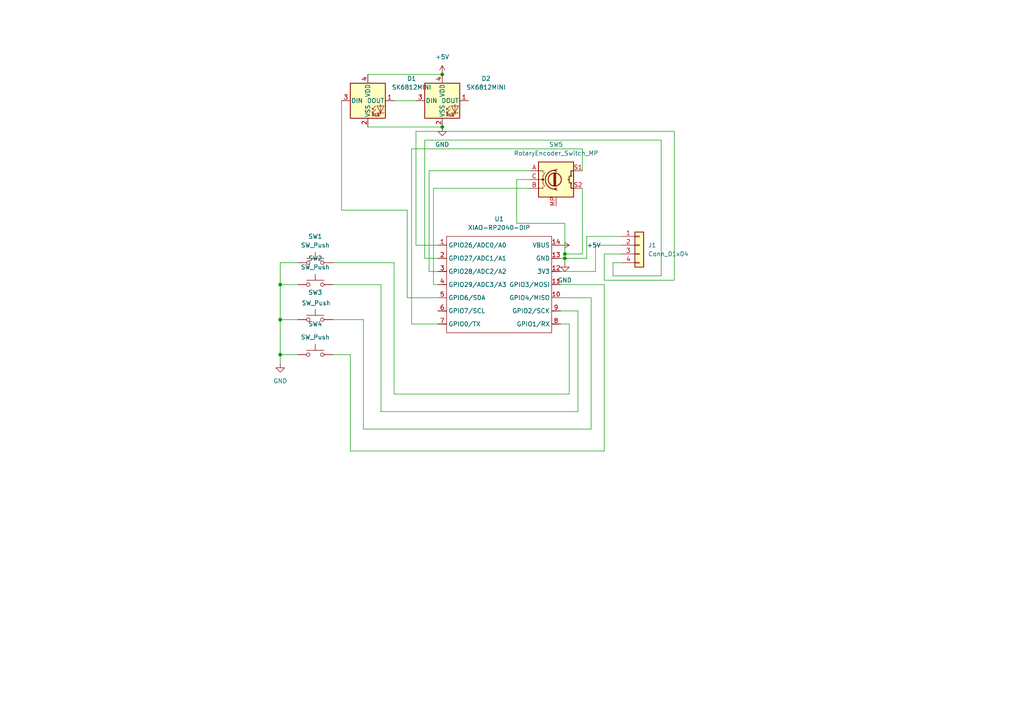
<source format=kicad_sch>
(kicad_sch
	(version 20250114)
	(generator "eeschema")
	(generator_version "9.0")
	(uuid "863bd75b-78d4-4f18-a7a9-4ab0fffde08b")
	(paper "A4")
	(lib_symbols
		(symbol "Connector_Generic:Conn_01x04"
			(pin_names
				(offset 1.016)
				(hide yes)
			)
			(exclude_from_sim no)
			(in_bom yes)
			(on_board yes)
			(property "Reference" "J"
				(at 0 5.08 0)
				(effects
					(font
						(size 1.27 1.27)
					)
				)
			)
			(property "Value" "Conn_01x04"
				(at 0 -7.62 0)
				(effects
					(font
						(size 1.27 1.27)
					)
				)
			)
			(property "Footprint" ""
				(at 0 0 0)
				(effects
					(font
						(size 1.27 1.27)
					)
					(hide yes)
				)
			)
			(property "Datasheet" "~"
				(at 0 0 0)
				(effects
					(font
						(size 1.27 1.27)
					)
					(hide yes)
				)
			)
			(property "Description" "Generic connector, single row, 01x04, script generated (kicad-library-utils/schlib/autogen/connector/)"
				(at 0 0 0)
				(effects
					(font
						(size 1.27 1.27)
					)
					(hide yes)
				)
			)
			(property "ki_keywords" "connector"
				(at 0 0 0)
				(effects
					(font
						(size 1.27 1.27)
					)
					(hide yes)
				)
			)
			(property "ki_fp_filters" "Connector*:*_1x??_*"
				(at 0 0 0)
				(effects
					(font
						(size 1.27 1.27)
					)
					(hide yes)
				)
			)
			(symbol "Conn_01x04_1_1"
				(rectangle
					(start -1.27 3.81)
					(end 1.27 -6.35)
					(stroke
						(width 0.254)
						(type default)
					)
					(fill
						(type background)
					)
				)
				(rectangle
					(start -1.27 2.667)
					(end 0 2.413)
					(stroke
						(width 0.1524)
						(type default)
					)
					(fill
						(type none)
					)
				)
				(rectangle
					(start -1.27 0.127)
					(end 0 -0.127)
					(stroke
						(width 0.1524)
						(type default)
					)
					(fill
						(type none)
					)
				)
				(rectangle
					(start -1.27 -2.413)
					(end 0 -2.667)
					(stroke
						(width 0.1524)
						(type default)
					)
					(fill
						(type none)
					)
				)
				(rectangle
					(start -1.27 -4.953)
					(end 0 -5.207)
					(stroke
						(width 0.1524)
						(type default)
					)
					(fill
						(type none)
					)
				)
				(pin passive line
					(at -5.08 2.54 0)
					(length 3.81)
					(name "Pin_1"
						(effects
							(font
								(size 1.27 1.27)
							)
						)
					)
					(number "1"
						(effects
							(font
								(size 1.27 1.27)
							)
						)
					)
				)
				(pin passive line
					(at -5.08 0 0)
					(length 3.81)
					(name "Pin_2"
						(effects
							(font
								(size 1.27 1.27)
							)
						)
					)
					(number "2"
						(effects
							(font
								(size 1.27 1.27)
							)
						)
					)
				)
				(pin passive line
					(at -5.08 -2.54 0)
					(length 3.81)
					(name "Pin_3"
						(effects
							(font
								(size 1.27 1.27)
							)
						)
					)
					(number "3"
						(effects
							(font
								(size 1.27 1.27)
							)
						)
					)
				)
				(pin passive line
					(at -5.08 -5.08 0)
					(length 3.81)
					(name "Pin_4"
						(effects
							(font
								(size 1.27 1.27)
							)
						)
					)
					(number "4"
						(effects
							(font
								(size 1.27 1.27)
							)
						)
					)
				)
			)
			(embedded_fonts no)
		)
		(symbol "Device:RotaryEncoder_Switch_MP"
			(pin_names
				(offset 0.254)
				(hide yes)
			)
			(exclude_from_sim no)
			(in_bom yes)
			(on_board yes)
			(property "Reference" "SW"
				(at 0 8.89 0)
				(effects
					(font
						(size 1.27 1.27)
					)
				)
			)
			(property "Value" "RotaryEncoder_Switch_MP"
				(at 0 6.35 0)
				(effects
					(font
						(size 1.27 1.27)
					)
				)
			)
			(property "Footprint" ""
				(at -3.81 4.064 0)
				(effects
					(font
						(size 1.27 1.27)
					)
					(hide yes)
				)
			)
			(property "Datasheet" "~"
				(at 0 -12.7 0)
				(effects
					(font
						(size 1.27 1.27)
					)
					(hide yes)
				)
			)
			(property "Description" "Rotary encoder, dual channel, incremental quadrate outputs, with switch and MP Pin"
				(at 0 -15.24 0)
				(effects
					(font
						(size 1.27 1.27)
					)
					(hide yes)
				)
			)
			(property "ki_keywords" "rotary switch encoder switch push button"
				(at 0 0 0)
				(effects
					(font
						(size 1.27 1.27)
					)
					(hide yes)
				)
			)
			(property "ki_fp_filters" "RotaryEncoder*Switch*"
				(at 0 0 0)
				(effects
					(font
						(size 1.27 1.27)
					)
					(hide yes)
				)
			)
			(symbol "RotaryEncoder_Switch_MP_0_1"
				(rectangle
					(start -5.08 5.08)
					(end 5.08 -5.08)
					(stroke
						(width 0.254)
						(type default)
					)
					(fill
						(type background)
					)
				)
				(polyline
					(pts
						(xy -5.08 2.54) (xy -3.81 2.54) (xy -3.81 2.032)
					)
					(stroke
						(width 0)
						(type default)
					)
					(fill
						(type none)
					)
				)
				(polyline
					(pts
						(xy -5.08 0) (xy -3.81 0) (xy -3.81 -1.016) (xy -3.302 -2.032)
					)
					(stroke
						(width 0)
						(type default)
					)
					(fill
						(type none)
					)
				)
				(polyline
					(pts
						(xy -5.08 -2.54) (xy -3.81 -2.54) (xy -3.81 -2.032)
					)
					(stroke
						(width 0)
						(type default)
					)
					(fill
						(type none)
					)
				)
				(polyline
					(pts
						(xy -4.318 0) (xy -3.81 0) (xy -3.81 1.016) (xy -3.302 2.032)
					)
					(stroke
						(width 0)
						(type default)
					)
					(fill
						(type none)
					)
				)
				(circle
					(center -3.81 0)
					(radius 0.254)
					(stroke
						(width 0)
						(type default)
					)
					(fill
						(type outline)
					)
				)
				(polyline
					(pts
						(xy -0.635 -1.778) (xy -0.635 1.778)
					)
					(stroke
						(width 0.254)
						(type default)
					)
					(fill
						(type none)
					)
				)
				(circle
					(center -0.381 0)
					(radius 1.905)
					(stroke
						(width 0.254)
						(type default)
					)
					(fill
						(type none)
					)
				)
				(polyline
					(pts
						(xy -0.381 -1.778) (xy -0.381 1.778)
					)
					(stroke
						(width 0.254)
						(type default)
					)
					(fill
						(type none)
					)
				)
				(arc
					(start -0.381 -2.794)
					(mid -3.0988 -0.0635)
					(end -0.381 2.667)
					(stroke
						(width 0.254)
						(type default)
					)
					(fill
						(type none)
					)
				)
				(polyline
					(pts
						(xy -0.127 1.778) (xy -0.127 -1.778)
					)
					(stroke
						(width 0.254)
						(type default)
					)
					(fill
						(type none)
					)
				)
				(polyline
					(pts
						(xy 0.254 2.921) (xy -0.508 2.667) (xy 0.127 2.286)
					)
					(stroke
						(width 0.254)
						(type default)
					)
					(fill
						(type none)
					)
				)
				(polyline
					(pts
						(xy 0.254 -3.048) (xy -0.508 -2.794) (xy 0.127 -2.413)
					)
					(stroke
						(width 0.254)
						(type default)
					)
					(fill
						(type none)
					)
				)
				(polyline
					(pts
						(xy 3.81 1.016) (xy 3.81 -1.016)
					)
					(stroke
						(width 0.254)
						(type default)
					)
					(fill
						(type none)
					)
				)
				(polyline
					(pts
						(xy 3.81 0) (xy 3.429 0)
					)
					(stroke
						(width 0.254)
						(type default)
					)
					(fill
						(type none)
					)
				)
				(circle
					(center 4.318 1.016)
					(radius 0.127)
					(stroke
						(width 0.254)
						(type default)
					)
					(fill
						(type none)
					)
				)
				(circle
					(center 4.318 -1.016)
					(radius 0.127)
					(stroke
						(width 0.254)
						(type default)
					)
					(fill
						(type none)
					)
				)
				(polyline
					(pts
						(xy 5.08 2.54) (xy 4.318 2.54) (xy 4.318 1.016)
					)
					(stroke
						(width 0.254)
						(type default)
					)
					(fill
						(type none)
					)
				)
				(polyline
					(pts
						(xy 5.08 -2.54) (xy 4.318 -2.54) (xy 4.318 -1.016)
					)
					(stroke
						(width 0.254)
						(type default)
					)
					(fill
						(type none)
					)
				)
			)
			(symbol "RotaryEncoder_Switch_MP_1_1"
				(pin passive line
					(at -7.62 2.54 0)
					(length 2.54)
					(name "A"
						(effects
							(font
								(size 1.27 1.27)
							)
						)
					)
					(number "A"
						(effects
							(font
								(size 1.27 1.27)
							)
						)
					)
				)
				(pin passive line
					(at -7.62 0 0)
					(length 2.54)
					(name "C"
						(effects
							(font
								(size 1.27 1.27)
							)
						)
					)
					(number "C"
						(effects
							(font
								(size 1.27 1.27)
							)
						)
					)
				)
				(pin passive line
					(at -7.62 -2.54 0)
					(length 2.54)
					(name "B"
						(effects
							(font
								(size 1.27 1.27)
							)
						)
					)
					(number "B"
						(effects
							(font
								(size 1.27 1.27)
							)
						)
					)
				)
				(pin passive line
					(at 0 -7.62 90)
					(length 2.54)
					(name "MP"
						(effects
							(font
								(size 1.27 1.27)
							)
						)
					)
					(number "MP"
						(effects
							(font
								(size 1.27 1.27)
							)
						)
					)
				)
				(pin passive line
					(at 7.62 2.54 180)
					(length 2.54)
					(name "S1"
						(effects
							(font
								(size 1.27 1.27)
							)
						)
					)
					(number "S1"
						(effects
							(font
								(size 1.27 1.27)
							)
						)
					)
				)
				(pin passive line
					(at 7.62 -2.54 180)
					(length 2.54)
					(name "S2"
						(effects
							(font
								(size 1.27 1.27)
							)
						)
					)
					(number "S2"
						(effects
							(font
								(size 1.27 1.27)
							)
						)
					)
				)
			)
			(embedded_fonts no)
		)
		(symbol "LED:SK6812MINI"
			(pin_names
				(offset 0.254)
			)
			(exclude_from_sim no)
			(in_bom yes)
			(on_board yes)
			(property "Reference" "D"
				(at 5.08 5.715 0)
				(effects
					(font
						(size 1.27 1.27)
					)
					(justify right bottom)
				)
			)
			(property "Value" "SK6812MINI"
				(at 1.27 -5.715 0)
				(effects
					(font
						(size 1.27 1.27)
					)
					(justify left top)
				)
			)
			(property "Footprint" "LED_SMD:LED_SK6812MINI_PLCC4_3.5x3.5mm_P1.75mm"
				(at 1.27 -7.62 0)
				(effects
					(font
						(size 1.27 1.27)
					)
					(justify left top)
					(hide yes)
				)
			)
			(property "Datasheet" "https://cdn-shop.adafruit.com/product-files/2686/SK6812MINI_REV.01-1-2.pdf"
				(at 2.54 -9.525 0)
				(effects
					(font
						(size 1.27 1.27)
					)
					(justify left top)
					(hide yes)
				)
			)
			(property "Description" "RGB LED with integrated controller"
				(at 0 0 0)
				(effects
					(font
						(size 1.27 1.27)
					)
					(hide yes)
				)
			)
			(property "ki_keywords" "RGB LED NeoPixel Mini addressable"
				(at 0 0 0)
				(effects
					(font
						(size 1.27 1.27)
					)
					(hide yes)
				)
			)
			(property "ki_fp_filters" "LED*SK6812MINI*PLCC*3.5x3.5mm*P1.75mm*"
				(at 0 0 0)
				(effects
					(font
						(size 1.27 1.27)
					)
					(hide yes)
				)
			)
			(symbol "SK6812MINI_0_0"
				(text "RGB"
					(at 2.286 -4.191 0)
					(effects
						(font
							(size 0.762 0.762)
						)
					)
				)
			)
			(symbol "SK6812MINI_0_1"
				(polyline
					(pts
						(xy 1.27 -2.54) (xy 1.778 -2.54)
					)
					(stroke
						(width 0)
						(type default)
					)
					(fill
						(type none)
					)
				)
				(polyline
					(pts
						(xy 1.27 -3.556) (xy 1.778 -3.556)
					)
					(stroke
						(width 0)
						(type default)
					)
					(fill
						(type none)
					)
				)
				(polyline
					(pts
						(xy 2.286 -1.524) (xy 1.27 -2.54) (xy 1.27 -2.032)
					)
					(stroke
						(width 0)
						(type default)
					)
					(fill
						(type none)
					)
				)
				(polyline
					(pts
						(xy 2.286 -2.54) (xy 1.27 -3.556) (xy 1.27 -3.048)
					)
					(stroke
						(width 0)
						(type default)
					)
					(fill
						(type none)
					)
				)
				(polyline
					(pts
						(xy 3.683 -1.016) (xy 3.683 -3.556) (xy 3.683 -4.064)
					)
					(stroke
						(width 0)
						(type default)
					)
					(fill
						(type none)
					)
				)
				(polyline
					(pts
						(xy 4.699 -1.524) (xy 2.667 -1.524) (xy 3.683 -3.556) (xy 4.699 -1.524)
					)
					(stroke
						(width 0)
						(type default)
					)
					(fill
						(type none)
					)
				)
				(polyline
					(pts
						(xy 4.699 -3.556) (xy 2.667 -3.556)
					)
					(stroke
						(width 0)
						(type default)
					)
					(fill
						(type none)
					)
				)
				(rectangle
					(start 5.08 5.08)
					(end -5.08 -5.08)
					(stroke
						(width 0.254)
						(type default)
					)
					(fill
						(type background)
					)
				)
			)
			(symbol "SK6812MINI_1_1"
				(pin input line
					(at -7.62 0 0)
					(length 2.54)
					(name "DIN"
						(effects
							(font
								(size 1.27 1.27)
							)
						)
					)
					(number "3"
						(effects
							(font
								(size 1.27 1.27)
							)
						)
					)
				)
				(pin power_in line
					(at 0 7.62 270)
					(length 2.54)
					(name "VDD"
						(effects
							(font
								(size 1.27 1.27)
							)
						)
					)
					(number "4"
						(effects
							(font
								(size 1.27 1.27)
							)
						)
					)
				)
				(pin power_in line
					(at 0 -7.62 90)
					(length 2.54)
					(name "VSS"
						(effects
							(font
								(size 1.27 1.27)
							)
						)
					)
					(number "2"
						(effects
							(font
								(size 1.27 1.27)
							)
						)
					)
				)
				(pin output line
					(at 7.62 0 180)
					(length 2.54)
					(name "DOUT"
						(effects
							(font
								(size 1.27 1.27)
							)
						)
					)
					(number "1"
						(effects
							(font
								(size 1.27 1.27)
							)
						)
					)
				)
			)
			(embedded_fonts no)
		)
		(symbol "OPL:XIAO-RP2040-DIP"
			(exclude_from_sim no)
			(in_bom yes)
			(on_board yes)
			(property "Reference" "U"
				(at 0 0 0)
				(effects
					(font
						(size 1.27 1.27)
					)
				)
			)
			(property "Value" "XIAO-RP2040-DIP"
				(at 5.334 -1.778 0)
				(effects
					(font
						(size 1.27 1.27)
					)
				)
			)
			(property "Footprint" "Module:MOUDLE14P-XIAO-DIP-SMD"
				(at 14.478 -32.258 0)
				(effects
					(font
						(size 1.27 1.27)
					)
					(hide yes)
				)
			)
			(property "Datasheet" ""
				(at 0 0 0)
				(effects
					(font
						(size 1.27 1.27)
					)
					(hide yes)
				)
			)
			(property "Description" ""
				(at 0 0 0)
				(effects
					(font
						(size 1.27 1.27)
					)
					(hide yes)
				)
			)
			(symbol "XIAO-RP2040-DIP_1_0"
				(polyline
					(pts
						(xy -1.27 -2.54) (xy 29.21 -2.54)
					)
					(stroke
						(width 0.1524)
						(type solid)
					)
					(fill
						(type none)
					)
				)
				(polyline
					(pts
						(xy -1.27 -5.08) (xy -2.54 -5.08)
					)
					(stroke
						(width 0.1524)
						(type solid)
					)
					(fill
						(type none)
					)
				)
				(polyline
					(pts
						(xy -1.27 -5.08) (xy -1.27 -2.54)
					)
					(stroke
						(width 0.1524)
						(type solid)
					)
					(fill
						(type none)
					)
				)
				(polyline
					(pts
						(xy -1.27 -8.89) (xy -2.54 -8.89)
					)
					(stroke
						(width 0.1524)
						(type solid)
					)
					(fill
						(type none)
					)
				)
				(polyline
					(pts
						(xy -1.27 -8.89) (xy -1.27 -5.08)
					)
					(stroke
						(width 0.1524)
						(type solid)
					)
					(fill
						(type none)
					)
				)
				(polyline
					(pts
						(xy -1.27 -12.7) (xy -2.54 -12.7)
					)
					(stroke
						(width 0.1524)
						(type solid)
					)
					(fill
						(type none)
					)
				)
				(polyline
					(pts
						(xy -1.27 -12.7) (xy -1.27 -8.89)
					)
					(stroke
						(width 0.1524)
						(type solid)
					)
					(fill
						(type none)
					)
				)
				(polyline
					(pts
						(xy -1.27 -16.51) (xy -2.54 -16.51)
					)
					(stroke
						(width 0.1524)
						(type solid)
					)
					(fill
						(type none)
					)
				)
				(polyline
					(pts
						(xy -1.27 -16.51) (xy -1.27 -12.7)
					)
					(stroke
						(width 0.1524)
						(type solid)
					)
					(fill
						(type none)
					)
				)
				(polyline
					(pts
						(xy -1.27 -20.32) (xy -2.54 -20.32)
					)
					(stroke
						(width 0.1524)
						(type solid)
					)
					(fill
						(type none)
					)
				)
				(polyline
					(pts
						(xy -1.27 -24.13) (xy -2.54 -24.13)
					)
					(stroke
						(width 0.1524)
						(type solid)
					)
					(fill
						(type none)
					)
				)
				(polyline
					(pts
						(xy -1.27 -27.94) (xy -2.54 -27.94)
					)
					(stroke
						(width 0.1524)
						(type solid)
					)
					(fill
						(type none)
					)
				)
				(polyline
					(pts
						(xy -1.27 -30.48) (xy -1.27 -16.51)
					)
					(stroke
						(width 0.1524)
						(type solid)
					)
					(fill
						(type none)
					)
				)
				(polyline
					(pts
						(xy 29.21 -2.54) (xy 29.21 -5.08)
					)
					(stroke
						(width 0.1524)
						(type solid)
					)
					(fill
						(type none)
					)
				)
				(polyline
					(pts
						(xy 29.21 -5.08) (xy 29.21 -8.89)
					)
					(stroke
						(width 0.1524)
						(type solid)
					)
					(fill
						(type none)
					)
				)
				(polyline
					(pts
						(xy 29.21 -8.89) (xy 29.21 -12.7)
					)
					(stroke
						(width 0.1524)
						(type solid)
					)
					(fill
						(type none)
					)
				)
				(polyline
					(pts
						(xy 29.21 -12.7) (xy 29.21 -30.48)
					)
					(stroke
						(width 0.1524)
						(type solid)
					)
					(fill
						(type none)
					)
				)
				(polyline
					(pts
						(xy 29.21 -30.48) (xy -1.27 -30.48)
					)
					(stroke
						(width 0.1524)
						(type solid)
					)
					(fill
						(type none)
					)
				)
				(polyline
					(pts
						(xy 30.48 -5.08) (xy 29.21 -5.08)
					)
					(stroke
						(width 0.1524)
						(type solid)
					)
					(fill
						(type none)
					)
				)
				(polyline
					(pts
						(xy 30.48 -8.89) (xy 29.21 -8.89)
					)
					(stroke
						(width 0.1524)
						(type solid)
					)
					(fill
						(type none)
					)
				)
				(polyline
					(pts
						(xy 30.48 -12.7) (xy 29.21 -12.7)
					)
					(stroke
						(width 0.1524)
						(type solid)
					)
					(fill
						(type none)
					)
				)
				(polyline
					(pts
						(xy 30.48 -16.51) (xy 29.21 -16.51)
					)
					(stroke
						(width 0.1524)
						(type solid)
					)
					(fill
						(type none)
					)
				)
				(polyline
					(pts
						(xy 30.48 -20.32) (xy 29.21 -20.32)
					)
					(stroke
						(width 0.1524)
						(type solid)
					)
					(fill
						(type none)
					)
				)
				(polyline
					(pts
						(xy 30.48 -24.13) (xy 29.21 -24.13)
					)
					(stroke
						(width 0.1524)
						(type solid)
					)
					(fill
						(type none)
					)
				)
				(polyline
					(pts
						(xy 30.48 -27.94) (xy 29.21 -27.94)
					)
					(stroke
						(width 0.1524)
						(type solid)
					)
					(fill
						(type none)
					)
				)
				(pin passive line
					(at -3.81 -5.08 0)
					(length 2.54)
					(name "GPIO26/ADC0/A0"
						(effects
							(font
								(size 1.27 1.27)
							)
						)
					)
					(number "1"
						(effects
							(font
								(size 1.27 1.27)
							)
						)
					)
				)
				(pin passive line
					(at -3.81 -8.89 0)
					(length 2.54)
					(name "GPIO27/ADC1/A1"
						(effects
							(font
								(size 1.27 1.27)
							)
						)
					)
					(number "2"
						(effects
							(font
								(size 1.27 1.27)
							)
						)
					)
				)
				(pin passive line
					(at -3.81 -12.7 0)
					(length 2.54)
					(name "GPIO28/ADC2/A2"
						(effects
							(font
								(size 1.27 1.27)
							)
						)
					)
					(number "3"
						(effects
							(font
								(size 1.27 1.27)
							)
						)
					)
				)
				(pin passive line
					(at -3.81 -16.51 0)
					(length 2.54)
					(name "GPIO29/ADC3/A3"
						(effects
							(font
								(size 1.27 1.27)
							)
						)
					)
					(number "4"
						(effects
							(font
								(size 1.27 1.27)
							)
						)
					)
				)
				(pin passive line
					(at -3.81 -20.32 0)
					(length 2.54)
					(name "GPIO6/SDA"
						(effects
							(font
								(size 1.27 1.27)
							)
						)
					)
					(number "5"
						(effects
							(font
								(size 1.27 1.27)
							)
						)
					)
				)
				(pin passive line
					(at -3.81 -24.13 0)
					(length 2.54)
					(name "GPIO7/SCL"
						(effects
							(font
								(size 1.27 1.27)
							)
						)
					)
					(number "6"
						(effects
							(font
								(size 1.27 1.27)
							)
						)
					)
				)
				(pin passive line
					(at -3.81 -27.94 0)
					(length 2.54)
					(name "GPIO0/TX"
						(effects
							(font
								(size 1.27 1.27)
							)
						)
					)
					(number "7"
						(effects
							(font
								(size 1.27 1.27)
							)
						)
					)
				)
				(pin passive line
					(at 31.75 -5.08 180)
					(length 2.54)
					(name "VBUS"
						(effects
							(font
								(size 1.27 1.27)
							)
						)
					)
					(number "14"
						(effects
							(font
								(size 1.27 1.27)
							)
						)
					)
				)
				(pin passive line
					(at 31.75 -8.89 180)
					(length 2.54)
					(name "GND"
						(effects
							(font
								(size 1.27 1.27)
							)
						)
					)
					(number "13"
						(effects
							(font
								(size 1.27 1.27)
							)
						)
					)
				)
				(pin passive line
					(at 31.75 -12.7 180)
					(length 2.54)
					(name "3V3"
						(effects
							(font
								(size 1.27 1.27)
							)
						)
					)
					(number "12"
						(effects
							(font
								(size 1.27 1.27)
							)
						)
					)
				)
				(pin passive line
					(at 31.75 -16.51 180)
					(length 2.54)
					(name "GPIO3/MOSI"
						(effects
							(font
								(size 1.27 1.27)
							)
						)
					)
					(number "11"
						(effects
							(font
								(size 1.27 1.27)
							)
						)
					)
				)
				(pin passive line
					(at 31.75 -20.32 180)
					(length 2.54)
					(name "GPIO4/MISO"
						(effects
							(font
								(size 1.27 1.27)
							)
						)
					)
					(number "10"
						(effects
							(font
								(size 1.27 1.27)
							)
						)
					)
				)
				(pin passive line
					(at 31.75 -24.13 180)
					(length 2.54)
					(name "GPIO2/SCK"
						(effects
							(font
								(size 1.27 1.27)
							)
						)
					)
					(number "9"
						(effects
							(font
								(size 1.27 1.27)
							)
						)
					)
				)
				(pin passive line
					(at 31.75 -27.94 180)
					(length 2.54)
					(name "GPIO1/RX"
						(effects
							(font
								(size 1.27 1.27)
							)
						)
					)
					(number "8"
						(effects
							(font
								(size 1.27 1.27)
							)
						)
					)
				)
			)
			(embedded_fonts no)
		)
		(symbol "Switch:SW_Push"
			(pin_numbers
				(hide yes)
			)
			(pin_names
				(offset 1.016)
				(hide yes)
			)
			(exclude_from_sim no)
			(in_bom yes)
			(on_board yes)
			(property "Reference" "SW"
				(at 1.27 2.54 0)
				(effects
					(font
						(size 1.27 1.27)
					)
					(justify left)
				)
			)
			(property "Value" "SW_Push"
				(at 0 -1.524 0)
				(effects
					(font
						(size 1.27 1.27)
					)
				)
			)
			(property "Footprint" ""
				(at 0 5.08 0)
				(effects
					(font
						(size 1.27 1.27)
					)
					(hide yes)
				)
			)
			(property "Datasheet" "~"
				(at 0 5.08 0)
				(effects
					(font
						(size 1.27 1.27)
					)
					(hide yes)
				)
			)
			(property "Description" "Push button switch, generic, two pins"
				(at 0 0 0)
				(effects
					(font
						(size 1.27 1.27)
					)
					(hide yes)
				)
			)
			(property "ki_keywords" "switch normally-open pushbutton push-button"
				(at 0 0 0)
				(effects
					(font
						(size 1.27 1.27)
					)
					(hide yes)
				)
			)
			(symbol "SW_Push_0_1"
				(circle
					(center -2.032 0)
					(radius 0.508)
					(stroke
						(width 0)
						(type default)
					)
					(fill
						(type none)
					)
				)
				(polyline
					(pts
						(xy 0 1.27) (xy 0 3.048)
					)
					(stroke
						(width 0)
						(type default)
					)
					(fill
						(type none)
					)
				)
				(circle
					(center 2.032 0)
					(radius 0.508)
					(stroke
						(width 0)
						(type default)
					)
					(fill
						(type none)
					)
				)
				(polyline
					(pts
						(xy 2.54 1.27) (xy -2.54 1.27)
					)
					(stroke
						(width 0)
						(type default)
					)
					(fill
						(type none)
					)
				)
				(pin passive line
					(at -5.08 0 0)
					(length 2.54)
					(name "1"
						(effects
							(font
								(size 1.27 1.27)
							)
						)
					)
					(number "1"
						(effects
							(font
								(size 1.27 1.27)
							)
						)
					)
				)
				(pin passive line
					(at 5.08 0 180)
					(length 2.54)
					(name "2"
						(effects
							(font
								(size 1.27 1.27)
							)
						)
					)
					(number "2"
						(effects
							(font
								(size 1.27 1.27)
							)
						)
					)
				)
			)
			(embedded_fonts no)
		)
		(symbol "power:+5V"
			(power)
			(pin_numbers
				(hide yes)
			)
			(pin_names
				(offset 0)
				(hide yes)
			)
			(exclude_from_sim no)
			(in_bom yes)
			(on_board yes)
			(property "Reference" "#PWR"
				(at 0 -3.81 0)
				(effects
					(font
						(size 1.27 1.27)
					)
					(hide yes)
				)
			)
			(property "Value" "+5V"
				(at 0 3.556 0)
				(effects
					(font
						(size 1.27 1.27)
					)
				)
			)
			(property "Footprint" ""
				(at 0 0 0)
				(effects
					(font
						(size 1.27 1.27)
					)
					(hide yes)
				)
			)
			(property "Datasheet" ""
				(at 0 0 0)
				(effects
					(font
						(size 1.27 1.27)
					)
					(hide yes)
				)
			)
			(property "Description" "Power symbol creates a global label with name \"+5V\""
				(at 0 0 0)
				(effects
					(font
						(size 1.27 1.27)
					)
					(hide yes)
				)
			)
			(property "ki_keywords" "global power"
				(at 0 0 0)
				(effects
					(font
						(size 1.27 1.27)
					)
					(hide yes)
				)
			)
			(symbol "+5V_0_1"
				(polyline
					(pts
						(xy -0.762 1.27) (xy 0 2.54)
					)
					(stroke
						(width 0)
						(type default)
					)
					(fill
						(type none)
					)
				)
				(polyline
					(pts
						(xy 0 2.54) (xy 0.762 1.27)
					)
					(stroke
						(width 0)
						(type default)
					)
					(fill
						(type none)
					)
				)
				(polyline
					(pts
						(xy 0 0) (xy 0 2.54)
					)
					(stroke
						(width 0)
						(type default)
					)
					(fill
						(type none)
					)
				)
			)
			(symbol "+5V_1_1"
				(pin power_in line
					(at 0 0 90)
					(length 0)
					(name "~"
						(effects
							(font
								(size 1.27 1.27)
							)
						)
					)
					(number "1"
						(effects
							(font
								(size 1.27 1.27)
							)
						)
					)
				)
			)
			(embedded_fonts no)
		)
		(symbol "power:GND"
			(power)
			(pin_numbers
				(hide yes)
			)
			(pin_names
				(offset 0)
				(hide yes)
			)
			(exclude_from_sim no)
			(in_bom yes)
			(on_board yes)
			(property "Reference" "#PWR"
				(at 0 -6.35 0)
				(effects
					(font
						(size 1.27 1.27)
					)
					(hide yes)
				)
			)
			(property "Value" "GND"
				(at 0 -3.81 0)
				(effects
					(font
						(size 1.27 1.27)
					)
				)
			)
			(property "Footprint" ""
				(at 0 0 0)
				(effects
					(font
						(size 1.27 1.27)
					)
					(hide yes)
				)
			)
			(property "Datasheet" ""
				(at 0 0 0)
				(effects
					(font
						(size 1.27 1.27)
					)
					(hide yes)
				)
			)
			(property "Description" "Power symbol creates a global label with name \"GND\" , ground"
				(at 0 0 0)
				(effects
					(font
						(size 1.27 1.27)
					)
					(hide yes)
				)
			)
			(property "ki_keywords" "global power"
				(at 0 0 0)
				(effects
					(font
						(size 1.27 1.27)
					)
					(hide yes)
				)
			)
			(symbol "GND_0_1"
				(polyline
					(pts
						(xy 0 0) (xy 0 -1.27) (xy 1.27 -1.27) (xy 0 -2.54) (xy -1.27 -1.27) (xy 0 -1.27)
					)
					(stroke
						(width 0)
						(type default)
					)
					(fill
						(type none)
					)
				)
			)
			(symbol "GND_1_1"
				(pin power_in line
					(at 0 0 270)
					(length 0)
					(name "~"
						(effects
							(font
								(size 1.27 1.27)
							)
						)
					)
					(number "1"
						(effects
							(font
								(size 1.27 1.27)
							)
						)
					)
				)
			)
			(embedded_fonts no)
		)
	)
	(junction
		(at 81.28 102.87)
		(diameter 0)
		(color 0 0 0 0)
		(uuid "0eb067f6-7059-49fb-ab53-23d985985944")
	)
	(junction
		(at 163.83 74.93)
		(diameter 0)
		(color 0 0 0 0)
		(uuid "3cfdcb91-0b05-46d0-a2b1-5a1f9919593b")
	)
	(junction
		(at 81.28 82.55)
		(diameter 0)
		(color 0 0 0 0)
		(uuid "7c01d077-ccc8-4677-9b19-4d99f3baa091")
	)
	(junction
		(at 81.28 92.71)
		(diameter 0)
		(color 0 0 0 0)
		(uuid "8d9374c6-b53f-4898-b2ee-6a02e95d8f49")
	)
	(junction
		(at 128.27 21.59)
		(diameter 0)
		(color 0 0 0 0)
		(uuid "ae67e206-e8c9-40af-b4f7-3d1d7abccae1")
	)
	(junction
		(at 128.27 36.83)
		(diameter 0)
		(color 0 0 0 0)
		(uuid "c9f813b7-2894-4eb8-9321-5a661b53281d")
	)
	(junction
		(at 163.83 73.66)
		(diameter 0)
		(color 0 0 0 0)
		(uuid "d7e7f27c-7def-44f6-ad23-92c63a3a62f7")
	)
	(wire
		(pts
			(xy 125.73 54.61) (xy 125.73 82.55)
		)
		(stroke
			(width 0)
			(type default)
		)
		(uuid "023cfe0b-c6d9-44c2-98f2-6f35d6a7d8c5")
	)
	(wire
		(pts
			(xy 191.77 80.01) (xy 191.77 40.64)
		)
		(stroke
			(width 0)
			(type default)
		)
		(uuid "03942121-9c87-4377-9ad6-cf27dcd89880")
	)
	(wire
		(pts
			(xy 180.34 68.58) (xy 170.18 68.58)
		)
		(stroke
			(width 0)
			(type default)
		)
		(uuid "06b06009-04da-4f8f-ba64-4696b173b36b")
	)
	(wire
		(pts
			(xy 99.06 60.96) (xy 99.06 29.21)
		)
		(stroke
			(width 0)
			(type default)
		)
		(uuid "0adb5217-3f96-4774-a17d-5458027abee9")
	)
	(wire
		(pts
			(xy 125.73 82.55) (xy 127 82.55)
		)
		(stroke
			(width 0)
			(type default)
		)
		(uuid "0e2ab0ed-196f-4707-9356-355fab17dae1")
	)
	(wire
		(pts
			(xy 119.38 43.18) (xy 119.38 93.98)
		)
		(stroke
			(width 0)
			(type default)
		)
		(uuid "0f12632c-4a19-4302-9555-0169f96ca62d")
	)
	(wire
		(pts
			(xy 123.19 40.64) (xy 123.19 74.93)
		)
		(stroke
			(width 0)
			(type default)
		)
		(uuid "0fe99893-8410-44cb-a17d-61fabe5961fe")
	)
	(wire
		(pts
			(xy 168.91 54.61) (xy 168.91 73.66)
		)
		(stroke
			(width 0)
			(type default)
		)
		(uuid "106ee19d-3210-4169-9a3d-2f978a45e646")
	)
	(wire
		(pts
			(xy 149.86 52.07) (xy 149.86 64.77)
		)
		(stroke
			(width 0)
			(type default)
		)
		(uuid "133ae19d-c893-4639-9f3f-d383d8c5dc56")
	)
	(wire
		(pts
			(xy 180.34 73.66) (xy 175.26 73.66)
		)
		(stroke
			(width 0)
			(type default)
		)
		(uuid "1a63db2a-27de-4e95-9658-f2a0d53be02d")
	)
	(wire
		(pts
			(xy 149.86 64.77) (xy 163.83 64.77)
		)
		(stroke
			(width 0)
			(type default)
		)
		(uuid "21506922-1b68-4255-9ee7-704929338f4f")
	)
	(wire
		(pts
			(xy 165.1 114.3) (xy 165.1 93.98)
		)
		(stroke
			(width 0)
			(type default)
		)
		(uuid "25ba6d22-68ad-4707-b73e-0c8618704bb2")
	)
	(wire
		(pts
			(xy 170.18 68.58) (xy 170.18 74.93)
		)
		(stroke
			(width 0)
			(type default)
		)
		(uuid "27d902dd-8185-4ebd-a7b2-32168c27cf01")
	)
	(wire
		(pts
			(xy 170.18 74.93) (xy 163.83 74.93)
		)
		(stroke
			(width 0)
			(type default)
		)
		(uuid "314107ef-de20-4217-aadb-d452fa8d90a1")
	)
	(wire
		(pts
			(xy 153.67 54.61) (xy 125.73 54.61)
		)
		(stroke
			(width 0)
			(type default)
		)
		(uuid "340a83b2-79fc-481d-99f8-7145b01aaa27")
	)
	(wire
		(pts
			(xy 81.28 82.55) (xy 81.28 92.71)
		)
		(stroke
			(width 0)
			(type default)
		)
		(uuid "34467093-597e-4321-a426-8b61a7751f8e")
	)
	(wire
		(pts
			(xy 153.67 52.07) (xy 149.86 52.07)
		)
		(stroke
			(width 0)
			(type default)
		)
		(uuid "38f68034-5414-4d49-a9f0-fd367f02c27f")
	)
	(wire
		(pts
			(xy 118.11 60.96) (xy 99.06 60.96)
		)
		(stroke
			(width 0)
			(type default)
		)
		(uuid "3a1a5f2b-18a6-4f1b-aa3f-be921f67acdd")
	)
	(wire
		(pts
			(xy 163.83 74.93) (xy 163.83 76.2)
		)
		(stroke
			(width 0)
			(type default)
		)
		(uuid "3a224b8b-17c1-46bc-9d5f-5682d9614f9b")
	)
	(wire
		(pts
			(xy 175.26 130.81) (xy 175.26 82.55)
		)
		(stroke
			(width 0)
			(type default)
		)
		(uuid "3c34d79e-ad55-4e30-a143-f2a4a73c81b1")
	)
	(wire
		(pts
			(xy 105.41 124.46) (xy 171.45 124.46)
		)
		(stroke
			(width 0)
			(type default)
		)
		(uuid "3cecaf5b-eae5-4915-a718-d302dc10d8c4")
	)
	(wire
		(pts
			(xy 96.52 102.87) (xy 101.6 102.87)
		)
		(stroke
			(width 0)
			(type default)
		)
		(uuid "476c3f7b-1d2c-4665-9c18-2e96782ec49c")
	)
	(wire
		(pts
			(xy 177.8 76.2) (xy 177.8 80.01)
		)
		(stroke
			(width 0)
			(type default)
		)
		(uuid "59a306b5-eb09-498f-a887-b9b7d6ac5ff7")
	)
	(wire
		(pts
			(xy 175.26 81.28) (xy 195.58 81.28)
		)
		(stroke
			(width 0)
			(type default)
		)
		(uuid "5b972dd8-50a4-4e6d-ac4d-44e30c796f90")
	)
	(wire
		(pts
			(xy 124.46 78.74) (xy 127 78.74)
		)
		(stroke
			(width 0)
			(type default)
		)
		(uuid "631c66e1-5769-4662-ad5a-809a6da3d5c2")
	)
	(wire
		(pts
			(xy 86.36 76.2) (xy 81.28 76.2)
		)
		(stroke
			(width 0)
			(type default)
		)
		(uuid "6af8c5a0-d1d1-4bbf-918a-855eb1806212")
	)
	(wire
		(pts
			(xy 180.34 71.12) (xy 172.72 71.12)
		)
		(stroke
			(width 0)
			(type default)
		)
		(uuid "6bf0b9b5-6476-4ee6-ae44-9c798f1e08ad")
	)
	(wire
		(pts
			(xy 114.3 76.2) (xy 114.3 114.3)
		)
		(stroke
			(width 0)
			(type default)
		)
		(uuid "6fb3e334-d6ea-41d1-8bac-a86d97f448f8")
	)
	(wire
		(pts
			(xy 81.28 82.55) (xy 86.36 82.55)
		)
		(stroke
			(width 0)
			(type default)
		)
		(uuid "786d5316-b0fa-41b3-9059-23149488598b")
	)
	(wire
		(pts
			(xy 119.38 93.98) (xy 127 93.98)
		)
		(stroke
			(width 0)
			(type default)
		)
		(uuid "82714367-3067-4d0b-90e7-9bbbaf71d05f")
	)
	(wire
		(pts
			(xy 81.28 76.2) (xy 81.28 82.55)
		)
		(stroke
			(width 0)
			(type default)
		)
		(uuid "87eb5876-9347-49ac-88fe-9794c24aaa46")
	)
	(wire
		(pts
			(xy 106.68 21.59) (xy 128.27 21.59)
		)
		(stroke
			(width 0)
			(type default)
		)
		(uuid "885742a2-ede7-43ca-ade2-f1f5d498c1a3")
	)
	(wire
		(pts
			(xy 110.49 82.55) (xy 110.49 119.38)
		)
		(stroke
			(width 0)
			(type default)
		)
		(uuid "894ed294-ba45-47e5-b3e8-56ce237e42da")
	)
	(wire
		(pts
			(xy 191.77 40.64) (xy 123.19 40.64)
		)
		(stroke
			(width 0)
			(type default)
		)
		(uuid "8b14f270-0480-4589-97c5-0be77fa1b57a")
	)
	(wire
		(pts
			(xy 81.28 102.87) (xy 86.36 102.87)
		)
		(stroke
			(width 0)
			(type default)
		)
		(uuid "8c5afce9-e51d-49c2-8d10-7909e8b8fdb4")
	)
	(wire
		(pts
			(xy 123.19 74.93) (xy 127 74.93)
		)
		(stroke
			(width 0)
			(type default)
		)
		(uuid "8fbccfd5-0374-40a4-ae0e-2ea0a1eee7b5")
	)
	(wire
		(pts
			(xy 163.83 64.77) (xy 163.83 73.66)
		)
		(stroke
			(width 0)
			(type default)
		)
		(uuid "94eea62f-9e16-4727-98dc-114595afbd51")
	)
	(wire
		(pts
			(xy 120.65 38.1) (xy 120.65 71.12)
		)
		(stroke
			(width 0)
			(type default)
		)
		(uuid "980d2bb4-d568-44b6-86e6-611965b7e20a")
	)
	(wire
		(pts
			(xy 172.72 78.74) (xy 162.56 78.74)
		)
		(stroke
			(width 0)
			(type default)
		)
		(uuid "9a86920b-7af4-4571-9d8f-1e07d2932a38")
	)
	(wire
		(pts
			(xy 163.83 73.66) (xy 163.83 74.93)
		)
		(stroke
			(width 0)
			(type default)
		)
		(uuid "9b4572eb-f195-46c1-b187-a8b7ac4d5e06")
	)
	(wire
		(pts
			(xy 124.46 49.53) (xy 124.46 78.74)
		)
		(stroke
			(width 0)
			(type default)
		)
		(uuid "9c9a21d3-8c0b-474c-9552-9500ec001167")
	)
	(wire
		(pts
			(xy 96.52 76.2) (xy 114.3 76.2)
		)
		(stroke
			(width 0)
			(type default)
		)
		(uuid "9d381c92-001d-4939-9fa5-79185f48be3a")
	)
	(wire
		(pts
			(xy 127 86.36) (xy 118.11 86.36)
		)
		(stroke
			(width 0)
			(type default)
		)
		(uuid "9d4f245d-1c37-4784-a9d9-3e769933a2c9")
	)
	(wire
		(pts
			(xy 195.58 38.1) (xy 120.65 38.1)
		)
		(stroke
			(width 0)
			(type default)
		)
		(uuid "9dddfb71-7f53-4b5c-8906-3095914c05d7")
	)
	(wire
		(pts
			(xy 114.3 114.3) (xy 165.1 114.3)
		)
		(stroke
			(width 0)
			(type default)
		)
		(uuid "a08c2b6b-32ae-4b86-8ea5-d41b3d1358b1")
	)
	(wire
		(pts
			(xy 171.45 86.36) (xy 162.56 86.36)
		)
		(stroke
			(width 0)
			(type default)
		)
		(uuid "a46dcfbe-7d3c-4299-b396-f61d8ba3cceb")
	)
	(wire
		(pts
			(xy 168.91 49.53) (xy 168.91 43.18)
		)
		(stroke
			(width 0)
			(type default)
		)
		(uuid "a87cf095-145a-4827-9511-cba5118320bb")
	)
	(wire
		(pts
			(xy 101.6 102.87) (xy 101.6 130.81)
		)
		(stroke
			(width 0)
			(type default)
		)
		(uuid "a89aa166-a04a-483b-9191-68e8cbcb6a1f")
	)
	(wire
		(pts
			(xy 168.91 73.66) (xy 163.83 73.66)
		)
		(stroke
			(width 0)
			(type default)
		)
		(uuid "b2290ad6-f769-4dce-8db0-b3b046f2ac37")
	)
	(wire
		(pts
			(xy 81.28 92.71) (xy 86.36 92.71)
		)
		(stroke
			(width 0)
			(type default)
		)
		(uuid "bbcf9ec9-685f-4a2d-85ce-48217b57b4c0")
	)
	(wire
		(pts
			(xy 167.64 119.38) (xy 167.64 90.17)
		)
		(stroke
			(width 0)
			(type default)
		)
		(uuid "bdc66626-fcd4-49ad-a5bf-391a21b0b8f1")
	)
	(wire
		(pts
			(xy 101.6 130.81) (xy 175.26 130.81)
		)
		(stroke
			(width 0)
			(type default)
		)
		(uuid "bfa79f0b-475e-4638-82fe-cc14fcd5cb42")
	)
	(wire
		(pts
			(xy 106.68 36.83) (xy 128.27 36.83)
		)
		(stroke
			(width 0)
			(type default)
		)
		(uuid "c001a6a9-df1f-43b9-b7c6-41b10bcbe82f")
	)
	(wire
		(pts
			(xy 120.65 71.12) (xy 127 71.12)
		)
		(stroke
			(width 0)
			(type default)
		)
		(uuid "c2dc7b76-2096-4e10-91c9-c94546e07037")
	)
	(wire
		(pts
			(xy 110.49 119.38) (xy 167.64 119.38)
		)
		(stroke
			(width 0)
			(type default)
		)
		(uuid "c842474c-c6b5-482e-9222-13ff8c825ffc")
	)
	(wire
		(pts
			(xy 180.34 76.2) (xy 177.8 76.2)
		)
		(stroke
			(width 0)
			(type default)
		)
		(uuid "c8a63664-1157-40b0-bbe2-a2e8ccb2536b")
	)
	(wire
		(pts
			(xy 118.11 86.36) (xy 118.11 60.96)
		)
		(stroke
			(width 0)
			(type default)
		)
		(uuid "cbd786e9-e88f-473a-9fec-b8252b41f0d1")
	)
	(wire
		(pts
			(xy 153.67 49.53) (xy 124.46 49.53)
		)
		(stroke
			(width 0)
			(type default)
		)
		(uuid "ccfebb61-e9bc-4690-bb6d-9254ccf7773f")
	)
	(wire
		(pts
			(xy 171.45 124.46) (xy 171.45 86.36)
		)
		(stroke
			(width 0)
			(type default)
		)
		(uuid "d10e3442-b454-4767-a3ab-6973a4a022e7")
	)
	(wire
		(pts
			(xy 81.28 102.87) (xy 81.28 105.41)
		)
		(stroke
			(width 0)
			(type default)
		)
		(uuid "d58464e5-3939-4d66-a0e4-73b71cce6362")
	)
	(wire
		(pts
			(xy 175.26 73.66) (xy 175.26 81.28)
		)
		(stroke
			(width 0)
			(type default)
		)
		(uuid "db4fe473-8d07-438d-bc4e-5e48895c4806")
	)
	(wire
		(pts
			(xy 163.83 74.93) (xy 162.56 74.93)
		)
		(stroke
			(width 0)
			(type default)
		)
		(uuid "e56f9df7-76c0-4735-bdf7-4b691607a648")
	)
	(wire
		(pts
			(xy 168.91 43.18) (xy 119.38 43.18)
		)
		(stroke
			(width 0)
			(type default)
		)
		(uuid "e9c2eb20-ad59-4233-8b32-e8eb857c013b")
	)
	(wire
		(pts
			(xy 167.64 90.17) (xy 162.56 90.17)
		)
		(stroke
			(width 0)
			(type default)
		)
		(uuid "ea4987a3-856a-49e5-bb96-44bb062f1a1b")
	)
	(wire
		(pts
			(xy 165.1 93.98) (xy 162.56 93.98)
		)
		(stroke
			(width 0)
			(type default)
		)
		(uuid "eaab315b-49eb-48e8-b9e2-0595202e47dd")
	)
	(wire
		(pts
			(xy 105.41 92.71) (xy 105.41 124.46)
		)
		(stroke
			(width 0)
			(type default)
		)
		(uuid "f1ab202c-fab8-4eb2-a1fc-58b07ea82be4")
	)
	(wire
		(pts
			(xy 177.8 80.01) (xy 191.77 80.01)
		)
		(stroke
			(width 0)
			(type default)
		)
		(uuid "f2fbbc89-3502-49e6-a586-07ef495dde37")
	)
	(wire
		(pts
			(xy 96.52 82.55) (xy 110.49 82.55)
		)
		(stroke
			(width 0)
			(type default)
		)
		(uuid "f3d68576-606c-46d8-8a07-1def23185465")
	)
	(wire
		(pts
			(xy 172.72 71.12) (xy 172.72 78.74)
		)
		(stroke
			(width 0)
			(type default)
		)
		(uuid "f4c8eb92-055e-4f5c-ad51-9b762a1af0c4")
	)
	(wire
		(pts
			(xy 175.26 82.55) (xy 162.56 82.55)
		)
		(stroke
			(width 0)
			(type default)
		)
		(uuid "f9712bdf-66bf-4c0b-b7e5-db627383bf44")
	)
	(wire
		(pts
			(xy 195.58 81.28) (xy 195.58 38.1)
		)
		(stroke
			(width 0)
			(type default)
		)
		(uuid "fb35ccc8-5bc5-48b9-9a62-978c04768733")
	)
	(wire
		(pts
			(xy 81.28 92.71) (xy 81.28 102.87)
		)
		(stroke
			(width 0)
			(type default)
		)
		(uuid "fc3d8a54-987d-43b5-ade5-5f34737eeecd")
	)
	(wire
		(pts
			(xy 96.52 92.71) (xy 105.41 92.71)
		)
		(stroke
			(width 0)
			(type default)
		)
		(uuid "ff1681e0-fb3b-4d4d-8a42-9d5fbdcfaffc")
	)
	(wire
		(pts
			(xy 114.3 29.21) (xy 120.65 29.21)
		)
		(stroke
			(width 0)
			(type default)
		)
		(uuid "ffca07a5-1153-4774-8806-e51655f46574")
	)
	(symbol
		(lib_id "Switch:SW_Push")
		(at 91.44 92.71 0)
		(unit 1)
		(exclude_from_sim no)
		(in_bom yes)
		(on_board yes)
		(dnp no)
		(uuid "103be9a5-4024-4ab8-8454-d8bc50c4d42c")
		(property "Reference" "SW3"
			(at 91.44 84.836 0)
			(effects
				(font
					(size 1.27 1.27)
				)
			)
		)
		(property "Value" "SW_Push"
			(at 91.694 87.884 0)
			(effects
				(font
					(size 1.27 1.27)
				)
			)
		)
		(property "Footprint" "Button_Switch_Keyboard:SW_Cherry_MX_1.00u_PCB"
			(at 91.44 87.63 0)
			(effects
				(font
					(size 1.27 1.27)
				)
				(hide yes)
			)
		)
		(property "Datasheet" "~"
			(at 91.44 87.63 0)
			(effects
				(font
					(size 1.27 1.27)
				)
				(hide yes)
			)
		)
		(property "Description" "Push button switch, generic, two pins"
			(at 91.44 92.71 0)
			(effects
				(font
					(size 1.27 1.27)
				)
				(hide yes)
			)
		)
		(pin "1"
			(uuid "76f63984-b416-4be7-9b69-2ba43fe87ce2")
		)
		(pin "2"
			(uuid "6d10cbe2-8290-4575-ba05-1d8e13d84996")
		)
		(instances
			(project ""
				(path "/863bd75b-78d4-4f18-a7a9-4ab0fffde08b"
					(reference "SW3")
					(unit 1)
				)
			)
		)
	)
	(symbol
		(lib_id "Switch:SW_Push")
		(at 91.44 82.55 0)
		(unit 1)
		(exclude_from_sim no)
		(in_bom yes)
		(on_board yes)
		(dnp no)
		(uuid "21004d32-c4ca-451a-b6d5-1eda3ad1bdbe")
		(property "Reference" "SW2"
			(at 91.44 74.93 0)
			(effects
				(font
					(size 1.27 1.27)
				)
			)
		)
		(property "Value" "SW_Push"
			(at 91.44 77.47 0)
			(effects
				(font
					(size 1.27 1.27)
				)
			)
		)
		(property "Footprint" "Button_Switch_Keyboard:SW_Cherry_MX_1.00u_PCB"
			(at 91.44 77.47 0)
			(effects
				(font
					(size 1.27 1.27)
				)
				(hide yes)
			)
		)
		(property "Datasheet" "~"
			(at 91.44 77.47 0)
			(effects
				(font
					(size 1.27 1.27)
				)
				(hide yes)
			)
		)
		(property "Description" "Push button switch, generic, two pins"
			(at 91.44 82.55 0)
			(effects
				(font
					(size 1.27 1.27)
				)
				(hide yes)
			)
		)
		(pin "1"
			(uuid "d0608e2d-b0ae-469a-8f01-134ef704c81e")
		)
		(pin "2"
			(uuid "2eb38bc6-f027-4a9e-b096-b4b31f67831a")
		)
		(instances
			(project ""
				(path "/863bd75b-78d4-4f18-a7a9-4ab0fffde08b"
					(reference "SW2")
					(unit 1)
				)
			)
		)
	)
	(symbol
		(lib_id "Connector_Generic:Conn_01x04")
		(at 185.42 71.12 0)
		(unit 1)
		(exclude_from_sim no)
		(in_bom yes)
		(on_board yes)
		(dnp no)
		(fields_autoplaced yes)
		(uuid "26b77fba-2784-427c-80f0-375cb75a40d0")
		(property "Reference" "J1"
			(at 187.96 71.1199 0)
			(effects
				(font
					(size 1.27 1.27)
				)
				(justify left)
			)
		)
		(property "Value" "Conn_01x04"
			(at 187.96 73.6599 0)
			(effects
				(font
					(size 1.27 1.27)
				)
				(justify left)
			)
		)
		(property "Footprint" "Connector_PinHeader_2.54mm:PinHeader_1x04_P2.54mm_Vertical"
			(at 185.42 71.12 0)
			(effects
				(font
					(size 1.27 1.27)
				)
				(hide yes)
			)
		)
		(property "Datasheet" "~"
			(at 185.42 71.12 0)
			(effects
				(font
					(size 1.27 1.27)
				)
				(hide yes)
			)
		)
		(property "Description" "Generic connector, single row, 01x04, script generated (kicad-library-utils/schlib/autogen/connector/)"
			(at 185.42 71.12 0)
			(effects
				(font
					(size 1.27 1.27)
				)
				(hide yes)
			)
		)
		(pin "3"
			(uuid "84ec9c2a-41ae-4771-8af1-94693c6f8dce")
		)
		(pin "1"
			(uuid "81606a37-0591-4b77-b1b9-9eb115a2d0d6")
		)
		(pin "4"
			(uuid "833bfbf6-d9b9-4473-aadb-0e78e2be0994")
		)
		(pin "2"
			(uuid "91f2554b-e165-44da-9264-916942cc04b1")
		)
		(instances
			(project ""
				(path "/863bd75b-78d4-4f18-a7a9-4ab0fffde08b"
					(reference "J1")
					(unit 1)
				)
			)
		)
	)
	(symbol
		(lib_id "Switch:SW_Push")
		(at 91.44 102.87 0)
		(unit 1)
		(exclude_from_sim no)
		(in_bom yes)
		(on_board yes)
		(dnp no)
		(uuid "4be3e533-02e1-4054-b75c-c88546dbed95")
		(property "Reference" "SW4"
			(at 91.44 93.98 0)
			(effects
				(font
					(size 1.27 1.27)
				)
			)
		)
		(property "Value" "SW_Push"
			(at 91.44 97.79 0)
			(effects
				(font
					(size 1.27 1.27)
				)
			)
		)
		(property "Footprint" "Button_Switch_Keyboard:SW_Cherry_MX_1.00u_PCB"
			(at 91.44 97.79 0)
			(effects
				(font
					(size 1.27 1.27)
				)
				(hide yes)
			)
		)
		(property "Datasheet" "~"
			(at 91.44 97.79 0)
			(effects
				(font
					(size 1.27 1.27)
				)
				(hide yes)
			)
		)
		(property "Description" "Push button switch, generic, two pins"
			(at 91.44 102.87 0)
			(effects
				(font
					(size 1.27 1.27)
				)
				(hide yes)
			)
		)
		(pin "2"
			(uuid "e1ecf108-c1d0-472a-8a6c-c19c0362fe32")
		)
		(pin "1"
			(uuid "a627f6ac-a3d1-46b3-a382-f5ee7c516d1d")
		)
		(instances
			(project ""
				(path "/863bd75b-78d4-4f18-a7a9-4ab0fffde08b"
					(reference "SW4")
					(unit 1)
				)
			)
		)
	)
	(symbol
		(lib_id "OPL:XIAO-RP2040-DIP")
		(at 130.81 66.04 0)
		(unit 1)
		(exclude_from_sim no)
		(in_bom yes)
		(on_board yes)
		(dnp no)
		(fields_autoplaced yes)
		(uuid "620945a2-d5d5-4a7c-9e9f-87df97a88cec")
		(property "Reference" "U1"
			(at 144.78 63.5 0)
			(effects
				(font
					(size 1.27 1.27)
				)
			)
		)
		(property "Value" "XIAO-RP2040-DIP"
			(at 144.78 66.04 0)
			(effects
				(font
					(size 1.27 1.27)
				)
			)
		)
		(property "Footprint" "OPL:XIAO-RP2040-DIP"
			(at 145.288 98.298 0)
			(effects
				(font
					(size 1.27 1.27)
				)
				(hide yes)
			)
		)
		(property "Datasheet" ""
			(at 130.81 66.04 0)
			(effects
				(font
					(size 1.27 1.27)
				)
				(hide yes)
			)
		)
		(property "Description" ""
			(at 130.81 66.04 0)
			(effects
				(font
					(size 1.27 1.27)
				)
				(hide yes)
			)
		)
		(pin "13"
			(uuid "bd73c7d0-7541-42a8-b871-fab7cc0ee43d")
		)
		(pin "7"
			(uuid "9a0610b0-7f02-4d0e-a26b-fc4875c03839")
		)
		(pin "1"
			(uuid "0c30fb6f-a00b-4ab6-bd97-ec63a573a1bb")
		)
		(pin "3"
			(uuid "4c96f7a1-361e-44f6-97b7-c27ce53b303b")
		)
		(pin "4"
			(uuid "81cd0cf6-97b6-4f64-9057-4a325f30adf3")
		)
		(pin "9"
			(uuid "f4c361fc-979e-4d38-885e-9748749f0f0f")
		)
		(pin "2"
			(uuid "247eae0c-2a4e-4109-8a2f-f082b7ae7ba2")
		)
		(pin "6"
			(uuid "c8fccd65-609a-41e4-8c91-01a5fc7cd395")
		)
		(pin "14"
			(uuid "d228b09c-4171-4054-893b-f35a76421694")
		)
		(pin "5"
			(uuid "054844e3-2f36-44a2-ba6f-f495626719e0")
		)
		(pin "10"
			(uuid "3f3c5769-16d9-4913-b905-a9e1d4c7d540")
		)
		(pin "8"
			(uuid "3ffe50a6-93aa-4f8e-b37a-f791c7704ce6")
		)
		(pin "12"
			(uuid "e051fd91-fea8-4153-b302-41432bb7b814")
		)
		(pin "11"
			(uuid "120efee6-869b-4ab1-ab61-db3b2ee9cfcb")
		)
		(instances
			(project ""
				(path "/863bd75b-78d4-4f18-a7a9-4ab0fffde08b"
					(reference "U1")
					(unit 1)
				)
			)
		)
	)
	(symbol
		(lib_id "Device:RotaryEncoder_Switch_MP")
		(at 161.29 52.07 0)
		(unit 1)
		(exclude_from_sim no)
		(in_bom yes)
		(on_board yes)
		(dnp no)
		(fields_autoplaced yes)
		(uuid "699d3d49-31f5-44db-aff8-553384e7d04a")
		(property "Reference" "SW5"
			(at 161.29 41.91 0)
			(effects
				(font
					(size 1.27 1.27)
				)
			)
		)
		(property "Value" "RotaryEncoder_Switch_MP"
			(at 161.29 44.45 0)
			(effects
				(font
					(size 1.27 1.27)
				)
			)
		)
		(property "Footprint" "Rotary_Encoder:RotaryEncoder_Alps_EC11E-Switch_Vertical_H20mm_MountingHoles"
			(at 157.48 48.006 0)
			(effects
				(font
					(size 1.27 1.27)
				)
				(hide yes)
			)
		)
		(property "Datasheet" "~"
			(at 161.29 64.77 0)
			(effects
				(font
					(size 1.27 1.27)
				)
				(hide yes)
			)
		)
		(property "Description" "Rotary encoder, dual channel, incremental quadrate outputs, with switch and MP Pin"
			(at 161.29 67.31 0)
			(effects
				(font
					(size 1.27 1.27)
				)
				(hide yes)
			)
		)
		(pin "C"
			(uuid "23c0af1e-d6b9-491c-8efc-c19c98de729e")
		)
		(pin "B"
			(uuid "06128117-179a-4f58-8acb-72ccb6e74b1f")
		)
		(pin "S2"
			(uuid "b09a9a51-91a1-457e-86d1-a5f855d55a04")
		)
		(pin "S1"
			(uuid "aa58ce1f-c070-4183-a5c4-a060db4cdb33")
		)
		(pin "MP"
			(uuid "a67eccd5-21d5-46d9-9cfa-72b88509f06b")
		)
		(pin "A"
			(uuid "8821cf5e-1480-4684-9851-35c3a66e1649")
		)
		(instances
			(project ""
				(path "/863bd75b-78d4-4f18-a7a9-4ab0fffde08b"
					(reference "SW5")
					(unit 1)
				)
			)
		)
	)
	(symbol
		(lib_id "LED:SK6812MINI")
		(at 128.27 29.21 0)
		(unit 1)
		(exclude_from_sim no)
		(in_bom yes)
		(on_board yes)
		(dnp no)
		(fields_autoplaced yes)
		(uuid "99e3461b-d5ca-485e-9678-03676fd89dac")
		(property "Reference" "D2"
			(at 140.97 22.7898 0)
			(effects
				(font
					(size 1.27 1.27)
				)
			)
		)
		(property "Value" "SK6812MINI"
			(at 140.97 25.3298 0)
			(effects
				(font
					(size 1.27 1.27)
				)
			)
		)
		(property "Footprint" "LED_SMD:LED_SK6812MINI_PLCC4_3.5x3.5mm_P1.75mm"
			(at 129.54 36.83 0)
			(effects
				(font
					(size 1.27 1.27)
				)
				(justify left top)
				(hide yes)
			)
		)
		(property "Datasheet" "https://cdn-shop.adafruit.com/product-files/2686/SK6812MINI_REV.01-1-2.pdf"
			(at 130.81 38.735 0)
			(effects
				(font
					(size 1.27 1.27)
				)
				(justify left top)
				(hide yes)
			)
		)
		(property "Description" "RGB LED with integrated controller"
			(at 128.27 29.21 0)
			(effects
				(font
					(size 1.27 1.27)
				)
				(hide yes)
			)
		)
		(pin "1"
			(uuid "ee6d2e8f-faed-4232-9280-fc8f41a774fe")
		)
		(pin "4"
			(uuid "87fdf89b-ce06-41b8-91b9-84dff0598478")
		)
		(pin "3"
			(uuid "cfc07046-fd2c-4a70-b3ff-b35a754b88e1")
		)
		(pin "2"
			(uuid "78ca2b97-6aaa-4ee4-9667-b1177b249223")
		)
		(instances
			(project ""
				(path "/863bd75b-78d4-4f18-a7a9-4ab0fffde08b"
					(reference "D2")
					(unit 1)
				)
			)
		)
	)
	(symbol
		(lib_id "power:GND")
		(at 128.27 36.83 0)
		(unit 1)
		(exclude_from_sim no)
		(in_bom yes)
		(on_board yes)
		(dnp no)
		(fields_autoplaced yes)
		(uuid "ba8c6bee-eb16-4187-a1f9-056bf361c11e")
		(property "Reference" "#PWR01"
			(at 128.27 43.18 0)
			(effects
				(font
					(size 1.27 1.27)
				)
				(hide yes)
			)
		)
		(property "Value" "GND"
			(at 128.27 41.91 0)
			(effects
				(font
					(size 1.27 1.27)
				)
			)
		)
		(property "Footprint" ""
			(at 128.27 36.83 0)
			(effects
				(font
					(size 1.27 1.27)
				)
				(hide yes)
			)
		)
		(property "Datasheet" ""
			(at 128.27 36.83 0)
			(effects
				(font
					(size 1.27 1.27)
				)
				(hide yes)
			)
		)
		(property "Description" "Power symbol creates a global label with name \"GND\" , ground"
			(at 128.27 36.83 0)
			(effects
				(font
					(size 1.27 1.27)
				)
				(hide yes)
			)
		)
		(pin "1"
			(uuid "32e855f7-8e87-4498-b57b-cccfbc1c65e3")
		)
		(instances
			(project ""
				(path "/863bd75b-78d4-4f18-a7a9-4ab0fffde08b"
					(reference "#PWR01")
					(unit 1)
				)
			)
		)
	)
	(symbol
		(lib_id "power:+5V")
		(at 128.27 21.59 0)
		(unit 1)
		(exclude_from_sim no)
		(in_bom yes)
		(on_board yes)
		(dnp no)
		(fields_autoplaced yes)
		(uuid "bb966a71-c0d3-4fc0-85b8-593351630f69")
		(property "Reference" "#PWR02"
			(at 128.27 25.4 0)
			(effects
				(font
					(size 1.27 1.27)
				)
				(hide yes)
			)
		)
		(property "Value" "+5V"
			(at 128.27 16.51 0)
			(effects
				(font
					(size 1.27 1.27)
				)
			)
		)
		(property "Footprint" ""
			(at 128.27 21.59 0)
			(effects
				(font
					(size 1.27 1.27)
				)
				(hide yes)
			)
		)
		(property "Datasheet" ""
			(at 128.27 21.59 0)
			(effects
				(font
					(size 1.27 1.27)
				)
				(hide yes)
			)
		)
		(property "Description" "Power symbol creates a global label with name \"+5V\""
			(at 128.27 21.59 0)
			(effects
				(font
					(size 1.27 1.27)
				)
				(hide yes)
			)
		)
		(pin "1"
			(uuid "e68cf908-fab6-4cd2-970f-1ed7fe81a3f0")
		)
		(instances
			(project ""
				(path "/863bd75b-78d4-4f18-a7a9-4ab0fffde08b"
					(reference "#PWR02")
					(unit 1)
				)
			)
		)
	)
	(symbol
		(lib_id "power:GND")
		(at 163.83 76.2 0)
		(unit 1)
		(exclude_from_sim no)
		(in_bom yes)
		(on_board yes)
		(dnp no)
		(fields_autoplaced yes)
		(uuid "c1ee7d6c-ec5f-46d4-bb71-dda533fe8b34")
		(property "Reference" "#PWR05"
			(at 163.83 82.55 0)
			(effects
				(font
					(size 1.27 1.27)
				)
				(hide yes)
			)
		)
		(property "Value" "GND"
			(at 163.83 81.28 0)
			(effects
				(font
					(size 1.27 1.27)
				)
			)
		)
		(property "Footprint" ""
			(at 163.83 76.2 0)
			(effects
				(font
					(size 1.27 1.27)
				)
				(hide yes)
			)
		)
		(property "Datasheet" ""
			(at 163.83 76.2 0)
			(effects
				(font
					(size 1.27 1.27)
				)
				(hide yes)
			)
		)
		(property "Description" "Power symbol creates a global label with name \"GND\" , ground"
			(at 163.83 76.2 0)
			(effects
				(font
					(size 1.27 1.27)
				)
				(hide yes)
			)
		)
		(pin "1"
			(uuid "b5744d3f-2a63-436c-bf97-2b1dd3e6c63e")
		)
		(instances
			(project ""
				(path "/863bd75b-78d4-4f18-a7a9-4ab0fffde08b"
					(reference "#PWR05")
					(unit 1)
				)
			)
		)
	)
	(symbol
		(lib_id "power:+5V")
		(at 162.56 71.12 270)
		(unit 1)
		(exclude_from_sim no)
		(in_bom yes)
		(on_board yes)
		(dnp no)
		(uuid "ced34e1e-d4df-4198-bf39-32b5cf2f75c1")
		(property "Reference" "#PWR03"
			(at 158.75 71.12 0)
			(effects
				(font
					(size 1.27 1.27)
				)
				(hide yes)
			)
		)
		(property "Value" "+5V"
			(at 170.18 71.1199 90)
			(effects
				(font
					(size 1.27 1.27)
				)
				(justify left)
			)
		)
		(property "Footprint" ""
			(at 162.56 71.12 0)
			(effects
				(font
					(size 1.27 1.27)
				)
				(hide yes)
			)
		)
		(property "Datasheet" ""
			(at 162.56 71.12 0)
			(effects
				(font
					(size 1.27 1.27)
				)
				(hide yes)
			)
		)
		(property "Description" "Power symbol creates a global label with name \"+5V\""
			(at 162.56 71.12 0)
			(effects
				(font
					(size 1.27 1.27)
				)
				(hide yes)
			)
		)
		(pin "1"
			(uuid "b8473b32-dbcd-44c2-9bea-9049119fa500")
		)
		(instances
			(project ""
				(path "/863bd75b-78d4-4f18-a7a9-4ab0fffde08b"
					(reference "#PWR03")
					(unit 1)
				)
			)
		)
	)
	(symbol
		(lib_id "Switch:SW_Push")
		(at 91.44 76.2 0)
		(unit 1)
		(exclude_from_sim no)
		(in_bom yes)
		(on_board yes)
		(dnp no)
		(fields_autoplaced yes)
		(uuid "cf3e63bf-e06e-4928-b48c-a8333d4db98a")
		(property "Reference" "SW1"
			(at 91.44 68.58 0)
			(effects
				(font
					(size 1.27 1.27)
				)
			)
		)
		(property "Value" "SW_Push"
			(at 91.44 71.12 0)
			(effects
				(font
					(size 1.27 1.27)
				)
			)
		)
		(property "Footprint" "Button_Switch_Keyboard:SW_Cherry_MX_1.00u_PCB"
			(at 91.44 71.12 0)
			(effects
				(font
					(size 1.27 1.27)
				)
				(hide yes)
			)
		)
		(property "Datasheet" "~"
			(at 91.44 71.12 0)
			(effects
				(font
					(size 1.27 1.27)
				)
				(hide yes)
			)
		)
		(property "Description" "Push button switch, generic, two pins"
			(at 91.44 76.2 0)
			(effects
				(font
					(size 1.27 1.27)
				)
				(hide yes)
			)
		)
		(pin "2"
			(uuid "2e2a607c-2f2e-44ac-8dc1-7de1a74cac3f")
		)
		(pin "1"
			(uuid "93af39ea-ec49-4e00-85cb-4bf8a48ae775")
		)
		(instances
			(project ""
				(path "/863bd75b-78d4-4f18-a7a9-4ab0fffde08b"
					(reference "SW1")
					(unit 1)
				)
			)
		)
	)
	(symbol
		(lib_id "LED:SK6812MINI")
		(at 106.68 29.21 0)
		(unit 1)
		(exclude_from_sim no)
		(in_bom yes)
		(on_board yes)
		(dnp no)
		(fields_autoplaced yes)
		(uuid "e1b2e835-8009-471e-b3e6-2da465d15093")
		(property "Reference" "D1"
			(at 119.38 22.7898 0)
			(effects
				(font
					(size 1.27 1.27)
				)
			)
		)
		(property "Value" "SK6812MINI"
			(at 119.38 25.3298 0)
			(effects
				(font
					(size 1.27 1.27)
				)
			)
		)
		(property "Footprint" "LED_SMD:LED_SK6812MINI_PLCC4_3.5x3.5mm_P1.75mm"
			(at 107.95 36.83 0)
			(effects
				(font
					(size 1.27 1.27)
				)
				(justify left top)
				(hide yes)
			)
		)
		(property "Datasheet" "https://cdn-shop.adafruit.com/product-files/2686/SK6812MINI_REV.01-1-2.pdf"
			(at 109.22 38.735 0)
			(effects
				(font
					(size 1.27 1.27)
				)
				(justify left top)
				(hide yes)
			)
		)
		(property "Description" "RGB LED with integrated controller"
			(at 106.68 29.21 0)
			(effects
				(font
					(size 1.27 1.27)
				)
				(hide yes)
			)
		)
		(pin "3"
			(uuid "67cdfc19-1a53-4772-9d28-2c9a68c70e20")
		)
		(pin "4"
			(uuid "4b01652e-128b-42d3-854a-7e10a1dc6251")
		)
		(pin "2"
			(uuid "b89c2114-a4a0-4221-a451-69a60576c8e1")
		)
		(pin "1"
			(uuid "658890f6-dfc1-443b-b6fa-f9ea0ed932e8")
		)
		(instances
			(project ""
				(path "/863bd75b-78d4-4f18-a7a9-4ab0fffde08b"
					(reference "D1")
					(unit 1)
				)
			)
		)
	)
	(symbol
		(lib_id "power:GND")
		(at 81.28 105.41 0)
		(unit 1)
		(exclude_from_sim no)
		(in_bom yes)
		(on_board yes)
		(dnp no)
		(fields_autoplaced yes)
		(uuid "f81dd4d5-de68-4933-83d6-a2de66992376")
		(property "Reference" "#PWR04"
			(at 81.28 111.76 0)
			(effects
				(font
					(size 1.27 1.27)
				)
				(hide yes)
			)
		)
		(property "Value" "GND"
			(at 81.28 110.49 0)
			(effects
				(font
					(size 1.27 1.27)
				)
			)
		)
		(property "Footprint" ""
			(at 81.28 105.41 0)
			(effects
				(font
					(size 1.27 1.27)
				)
				(hide yes)
			)
		)
		(property "Datasheet" ""
			(at 81.28 105.41 0)
			(effects
				(font
					(size 1.27 1.27)
				)
				(hide yes)
			)
		)
		(property "Description" "Power symbol creates a global label with name \"GND\" , ground"
			(at 81.28 105.41 0)
			(effects
				(font
					(size 1.27 1.27)
				)
				(hide yes)
			)
		)
		(pin "1"
			(uuid "050f0eed-843a-44f8-91fb-4684cf9a6444")
		)
		(instances
			(project ""
				(path "/863bd75b-78d4-4f18-a7a9-4ab0fffde08b"
					(reference "#PWR04")
					(unit 1)
				)
			)
		)
	)
	(sheet_instances
		(path "/"
			(page "1")
		)
	)
	(embedded_fonts no)
)

</source>
